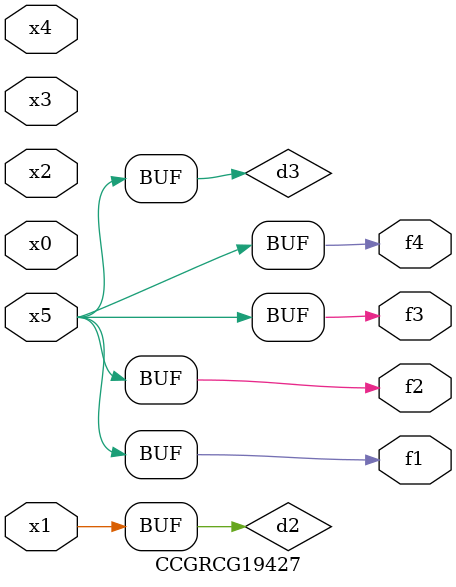
<source format=v>
module CCGRCG19427(
	input x0, x1, x2, x3, x4, x5,
	output f1, f2, f3, f4
);

	wire d1, d2, d3;

	not (d1, x5);
	or (d2, x1);
	xnor (d3, d1);
	assign f1 = d3;
	assign f2 = d3;
	assign f3 = d3;
	assign f4 = d3;
endmodule

</source>
